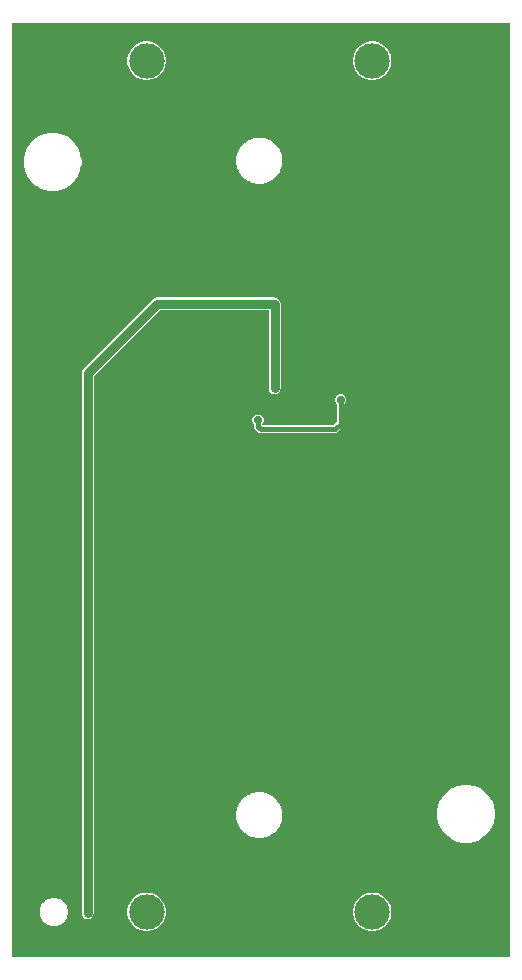
<source format=gtl>
G04*
G04 #@! TF.GenerationSoftware,Altium Limited,Altium Designer,24.2.2 (26)*
G04*
G04 Layer_Physical_Order=1*
G04 Layer_Color=255*
%FSLAX44Y44*%
%MOMM*%
G71*
G04*
G04 #@! TF.SameCoordinates,FA43C0E3-4D26-4613-8E19-43AB185FC845*
G04*
G04*
G04 #@! TF.FilePolarity,Positive*
G04*
G01*
G75*
%ADD13C,0.7620*%
%ADD14C,0.3810*%
%ADD15C,3.0000*%
%ADD16C,0.7112*%
G36*
X720591Y45473D02*
X299219D01*
Y835653D01*
X720591D01*
Y45473D01*
D02*
G37*
%LPC*%
G36*
X605357Y820382D02*
X602152D01*
X599008Y819757D01*
X596048Y818530D01*
X593383Y816750D01*
X591116Y814483D01*
X589336Y811819D01*
X588110Y808858D01*
X587484Y805714D01*
Y802510D01*
X588110Y799366D01*
X589336Y796405D01*
X591116Y793740D01*
X593383Y791474D01*
X596048Y789694D01*
X599008Y788467D01*
X602152Y787842D01*
X605357D01*
X608500Y788467D01*
X611461Y789694D01*
X614126Y791474D01*
X616392Y793740D01*
X618172Y796405D01*
X619399Y799366D01*
X620024Y802510D01*
Y805714D01*
X619399Y808858D01*
X618172Y811819D01*
X616392Y814483D01*
X614126Y816750D01*
X611461Y818530D01*
X608500Y819757D01*
X605357Y820382D01*
D02*
G37*
G36*
X414356D02*
X411151D01*
X408008Y819757D01*
X405047Y818530D01*
X402382Y816750D01*
X400116Y814483D01*
X398336Y811819D01*
X397109Y808858D01*
X396484Y805714D01*
Y802510D01*
X397109Y799366D01*
X398336Y796405D01*
X400116Y793740D01*
X402382Y791474D01*
X405047Y789694D01*
X408008Y788467D01*
X411151Y787842D01*
X414356D01*
X417500Y788467D01*
X420461Y789694D01*
X423125Y791474D01*
X425392Y793740D01*
X427172Y796405D01*
X428399Y799366D01*
X429024Y802510D01*
Y805714D01*
X428399Y808858D01*
X427172Y811819D01*
X425392Y814483D01*
X423125Y816750D01*
X420461Y818530D01*
X417500Y819757D01*
X414356Y820382D01*
D02*
G37*
G36*
X333254Y742901D02*
X333250Y742900D01*
X333245Y742901D01*
X331035Y742890D01*
X330839Y742850D01*
X330639Y742850D01*
X326309Y741970D01*
X326124Y741892D01*
X325928Y741852D01*
X321852Y740147D01*
X321686Y740035D01*
X321501Y739958D01*
X317834Y737492D01*
X317693Y737350D01*
X317527Y737238D01*
X314410Y734107D01*
X314299Y733940D01*
X314157Y733798D01*
X311709Y730120D01*
X311633Y729935D01*
X311522Y729768D01*
X309835Y725684D01*
X309797Y725487D01*
X309720Y725302D01*
X308861Y720968D01*
X308861Y720768D01*
X308822Y720571D01*
X308822Y716153D01*
X308861Y715956D01*
X308861Y715756D01*
X309720Y711422D01*
X309797Y711237D01*
X309835Y711040D01*
X311521Y706956D01*
X311632Y706789D01*
X311709Y706604D01*
X314157Y702926D01*
X314298Y702784D01*
X314409Y702617D01*
X317526Y699485D01*
X317692Y699374D01*
X317834Y699232D01*
X321500Y696766D01*
X321685Y696689D01*
X321851Y696577D01*
X325927Y694871D01*
X326124Y694832D01*
X326308Y694754D01*
X330638Y693874D01*
X330839Y693873D01*
X331035Y693833D01*
X333244Y693823D01*
X333254Y693825D01*
X333264Y693823D01*
X335473Y693833D01*
X335669Y693873D01*
X335869Y693874D01*
X340199Y694754D01*
X340384Y694831D01*
X340580Y694871D01*
X344656Y696577D01*
X344823Y696689D01*
X345007Y696766D01*
X348674Y699231D01*
X348815Y699373D01*
X348982Y699485D01*
X352099Y702617D01*
X352209Y702784D01*
X352351Y702925D01*
X354799Y706604D01*
X354875Y706789D01*
X354986Y706955D01*
X356673Y711040D01*
X356712Y711236D01*
X356788Y711421D01*
X357648Y715755D01*
X357647Y715956D01*
X357686Y716152D01*
X357687Y720571D01*
X357647Y720767D01*
X357648Y720967D01*
X356788Y725302D01*
X356712Y725487D01*
X356673Y725683D01*
X354987Y729768D01*
X354876Y729934D01*
X354799Y730119D01*
X352351Y733798D01*
X352210Y733940D01*
X352099Y734106D01*
X348982Y737238D01*
X348816Y737350D01*
X348675Y737492D01*
X345008Y739958D01*
X344823Y740035D01*
X344657Y740147D01*
X340581Y741852D01*
X340385Y741892D01*
X340200Y741969D01*
X335870Y742849D01*
X335670Y742850D01*
X335473Y742890D01*
X333264Y742901D01*
X333259Y742900D01*
X333254Y742901D01*
D02*
G37*
G36*
X506532Y738902D02*
X506335Y738862D01*
X506134D01*
X502753Y738190D01*
X502567Y738113D01*
X502370Y738074D01*
X499185Y736755D01*
X499018Y736643D01*
X498833Y736566D01*
X495966Y734651D01*
X495824Y734509D01*
X495657Y734398D01*
X493220Y731960D01*
X493108Y731793D01*
X492966Y731651D01*
X491051Y728785D01*
X490974Y728599D01*
X490863Y728432D01*
X489543Y725247D01*
X489504Y725050D01*
X489427Y724865D01*
X488755Y721484D01*
Y721283D01*
X488715Y721086D01*
X488715Y717638D01*
X488755Y717442D01*
Y717241D01*
X489427Y713860D01*
X489504Y713674D01*
X489543Y713477D01*
X490862Y710292D01*
X490974Y710125D01*
X491051Y709940D01*
X492966Y707073D01*
X493108Y706931D01*
X493219Y706764D01*
X495657Y704327D01*
X495824Y704215D01*
X495966Y704073D01*
X498832Y702158D01*
X499018Y702081D01*
X499185Y701969D01*
X502370Y700650D01*
X502567Y700611D01*
X502752Y700534D01*
X506133Y699861D01*
X506334D01*
X506531Y699822D01*
X508255D01*
X509978Y699822D01*
X510175Y699861D01*
X510376D01*
X513757Y700534D01*
X513943Y700611D01*
X514140Y700650D01*
X517325Y701969D01*
X517492Y702081D01*
X517677Y702158D01*
X520544Y704073D01*
X520686Y704215D01*
X520853Y704326D01*
X523290Y706764D01*
X523402Y706931D01*
X523544Y707073D01*
X525459Y709939D01*
X525536Y710125D01*
X525648Y710292D01*
X526967Y713477D01*
X527006Y713673D01*
X527083Y713859D01*
X527756Y717240D01*
Y717441D01*
X527795Y717638D01*
X527795Y721085D01*
X527756Y721282D01*
Y721483D01*
X527083Y724864D01*
X527006Y725050D01*
X526967Y725247D01*
X525648Y728432D01*
X525536Y728599D01*
X525459Y728784D01*
X523544Y731650D01*
X523402Y731793D01*
X523291Y731960D01*
X520853Y734397D01*
X520686Y734509D01*
X520544Y734651D01*
X517678Y736566D01*
X517492Y736643D01*
X517325Y736754D01*
X514140Y738074D01*
X513943Y738113D01*
X513758Y738190D01*
X510377Y738862D01*
X510176D01*
X509979Y738902D01*
X508255D01*
X506532Y738902D01*
D02*
G37*
G36*
X520700Y603604D02*
X421894D01*
X419912Y603209D01*
X418232Y602086D01*
X418232Y602086D01*
X359304Y543158D01*
X358181Y541478D01*
X357786Y539496D01*
Y82550D01*
X358181Y80568D01*
X359304Y78888D01*
X360984Y77765D01*
X362966Y77371D01*
X364948Y77765D01*
X366628Y78888D01*
X367751Y80568D01*
X368145Y82550D01*
Y537351D01*
X424039Y593245D01*
X516029D01*
Y526796D01*
X516423Y524814D01*
X517546Y523134D01*
X519226Y522011D01*
X521208Y521617D01*
X523190Y522011D01*
X524870Y523134D01*
X525993Y524814D01*
X526387Y526796D01*
Y597916D01*
X525993Y599898D01*
X524870Y601578D01*
X524566Y601782D01*
X524362Y602086D01*
X522682Y603209D01*
X520700Y603604D01*
D02*
G37*
G36*
X578048Y521716D02*
X576128D01*
X574354Y520981D01*
X572997Y519624D01*
X572262Y517850D01*
Y515930D01*
X572997Y514156D01*
X573851Y513302D01*
Y498141D01*
X570945Y495235D01*
X511222D01*
X510696Y496505D01*
X511075Y496884D01*
X511810Y498658D01*
Y500578D01*
X511075Y502352D01*
X509718Y503709D01*
X507944Y504444D01*
X506024D01*
X504250Y503709D01*
X502893Y502352D01*
X502158Y500578D01*
Y498658D01*
X502893Y496884D01*
X503850Y495927D01*
Y494230D01*
X504096Y492991D01*
X504798Y491941D01*
X507030Y489709D01*
X508080Y489007D01*
X509319Y488761D01*
X572286D01*
X573525Y489007D01*
X574575Y489709D01*
X579377Y494511D01*
X580079Y495561D01*
X580325Y496800D01*
Y513302D01*
X581179Y514156D01*
X581914Y515930D01*
Y517850D01*
X581179Y519624D01*
X579822Y520981D01*
X578048Y521716D01*
D02*
G37*
G36*
X683254Y190903D02*
X683249Y190902D01*
X683244Y190903D01*
X681035Y190892D01*
X680838Y190852D01*
X680638Y190852D01*
X676308Y189972D01*
X676123Y189894D01*
X675927Y189854D01*
X671851Y188149D01*
X671685Y188037D01*
X671500Y187960D01*
X667833Y185494D01*
X667692Y185352D01*
X667526Y185241D01*
X664409Y182109D01*
X664298Y181942D01*
X664157Y181800D01*
X661708Y178122D01*
X661632Y177937D01*
X661521Y177770D01*
X659835Y173686D01*
X659796Y173489D01*
X659719Y173304D01*
X658860Y168970D01*
X658860Y168770D01*
X658821Y168573D01*
X658821Y164155D01*
X658860Y163958D01*
X658860Y163758D01*
X659719Y159424D01*
X659796Y159239D01*
X659835Y159043D01*
X661521Y154958D01*
X661632Y154791D01*
X661708Y154606D01*
X664156Y150928D01*
X664298Y150786D01*
X664409Y150619D01*
X667525Y147487D01*
X667692Y147376D01*
X667833Y147234D01*
X671499Y144768D01*
X671684Y144691D01*
X671850Y144579D01*
X675927Y142873D01*
X676123Y142834D01*
X676308Y142756D01*
X680638Y141876D01*
X680838Y141875D01*
X681034Y141835D01*
X683243Y141825D01*
X683253Y141827D01*
X683263Y141825D01*
X685472Y141835D01*
X685668Y141875D01*
X685869Y141876D01*
X690199Y142756D01*
X690383Y142834D01*
X690580Y142873D01*
X694656Y144579D01*
X694822Y144691D01*
X695007Y144768D01*
X698673Y147233D01*
X698815Y147375D01*
X698981Y147487D01*
X702098Y150619D01*
X702209Y150786D01*
X702350Y150928D01*
X704798Y154606D01*
X704875Y154791D01*
X704986Y154958D01*
X706672Y159042D01*
X706711Y159238D01*
X706787Y159423D01*
X707647Y163758D01*
X707647Y163958D01*
X707686Y164154D01*
X707686Y168573D01*
X707647Y168769D01*
X707647Y168970D01*
X706787Y173304D01*
X706711Y173489D01*
X706672Y173685D01*
X704986Y177770D01*
X704875Y177936D01*
X704799Y178121D01*
X702350Y181800D01*
X702209Y181942D01*
X702098Y182108D01*
X698981Y185240D01*
X698815Y185352D01*
X698674Y185494D01*
X695007Y187960D01*
X694822Y188037D01*
X694656Y188149D01*
X690580Y189854D01*
X690384Y189894D01*
X690199Y189971D01*
X685869Y190851D01*
X685669Y190852D01*
X685473Y190892D01*
X683263Y190903D01*
X683259Y190902D01*
X683254Y190903D01*
D02*
G37*
G36*
X506532Y184902D02*
X506335Y184863D01*
X506134D01*
X502753Y184191D01*
X502567Y184114D01*
X502370Y184074D01*
X499185Y182755D01*
X499018Y182644D01*
X498833Y182567D01*
X495966Y180652D01*
X495824Y180510D01*
X495657Y180398D01*
X493220Y177961D01*
X493108Y177794D01*
X492966Y177652D01*
X491051Y174785D01*
X490974Y174600D01*
X490863Y174433D01*
X489543Y171248D01*
X489504Y171051D01*
X489427Y170865D01*
X488755Y167484D01*
Y167283D01*
X488715Y167086D01*
X488715Y163639D01*
X488755Y163442D01*
Y163241D01*
X489427Y159860D01*
X489504Y159675D01*
X489543Y159478D01*
X490862Y156293D01*
X490974Y156126D01*
X491051Y155940D01*
X492966Y153074D01*
X493108Y152932D01*
X493219Y152765D01*
X495657Y150327D01*
X495824Y150216D01*
X495966Y150074D01*
X498832Y148158D01*
X499018Y148082D01*
X499185Y147970D01*
X502370Y146651D01*
X502567Y146611D01*
X502752Y146535D01*
X506133Y145862D01*
X506334D01*
X506531Y145823D01*
X508255D01*
X509978Y145823D01*
X510175Y145862D01*
X510376D01*
X513757Y146535D01*
X513943Y146611D01*
X514140Y146650D01*
X517325Y147970D01*
X517492Y148081D01*
X517677Y148158D01*
X520544Y150073D01*
X520686Y150215D01*
X520853Y150327D01*
X523290Y152764D01*
X523402Y152931D01*
X523544Y153074D01*
X525459Y155940D01*
X525536Y156125D01*
X525648Y156292D01*
X526967Y159477D01*
X527006Y159674D01*
X527083Y159860D01*
X527756Y163241D01*
Y163442D01*
X527795Y163639D01*
X527795Y167086D01*
X527756Y167283D01*
Y167484D01*
X527083Y170865D01*
X527006Y171050D01*
X526967Y171247D01*
X525648Y174432D01*
X525536Y174599D01*
X525459Y174785D01*
X523544Y177651D01*
X523402Y177793D01*
X523291Y177960D01*
X520853Y180398D01*
X520686Y180509D01*
X520544Y180651D01*
X517678Y182567D01*
X517492Y182643D01*
X517325Y182755D01*
X514140Y184074D01*
X513943Y184114D01*
X513758Y184190D01*
X510377Y184863D01*
X510176D01*
X509979Y184902D01*
X508255D01*
X506532Y184902D01*
D02*
G37*
G36*
X332939Y95403D02*
X332677Y95351D01*
X332411Y95334D01*
X329868Y94652D01*
X329628Y94534D01*
X329376Y94449D01*
X327095Y93132D01*
X326895Y92956D01*
X326673Y92808D01*
X324811Y90946D01*
X324663Y90725D01*
X324487Y90524D01*
X323170Y88244D01*
X323085Y87991D01*
X322967Y87752D01*
X322285Y85209D01*
X322268Y84942D01*
X322216Y84681D01*
X322215Y82048D01*
X322267Y81786D01*
X322285Y81520D01*
X322966Y78977D01*
X323084Y78737D01*
X323170Y78485D01*
X324487Y76204D01*
X324663Y76004D01*
X324811Y75782D01*
X326673Y73920D01*
X326894Y73772D01*
X327095Y73596D01*
X329375Y72280D01*
X329628Y72194D01*
X329867Y72076D01*
X332410Y71394D01*
X332676Y71377D01*
X332938Y71325D01*
X334254Y71325D01*
X335571Y71325D01*
X335833Y71377D01*
X336099Y71394D01*
X338642Y72076D01*
X338881Y72193D01*
X339134Y72279D01*
X341414Y73596D01*
X341615Y73772D01*
X341837Y73920D01*
X343699Y75782D01*
X343847Y76003D01*
X344023Y76204D01*
X345339Y78484D01*
X345425Y78737D01*
X345543Y78976D01*
X346225Y81519D01*
X346242Y81785D01*
X346294Y82047D01*
X346294Y84680D01*
X346242Y84942D01*
X346225Y85208D01*
X345543Y87751D01*
X345425Y87991D01*
X345340Y88243D01*
X344023Y90524D01*
X343847Y90724D01*
X343699Y90946D01*
X341837Y92808D01*
X341615Y92956D01*
X341415Y93132D01*
X339135Y94448D01*
X338882Y94534D01*
X338643Y94652D01*
X336100Y95334D01*
X335833Y95351D01*
X335572Y95403D01*
X334255Y95403D01*
X332939Y95403D01*
D02*
G37*
G36*
X605357Y99634D02*
X602152D01*
X599008Y99009D01*
X596048Y97782D01*
X593383Y96002D01*
X591116Y93736D01*
X589336Y91071D01*
X588110Y88110D01*
X587484Y84966D01*
Y81762D01*
X588110Y78618D01*
X589336Y75657D01*
X591116Y72993D01*
X593383Y70726D01*
X596048Y68946D01*
X599008Y67719D01*
X602152Y67094D01*
X605357D01*
X608500Y67719D01*
X611461Y68946D01*
X614126Y70726D01*
X616392Y72993D01*
X618172Y75657D01*
X619399Y78618D01*
X620024Y81762D01*
Y84966D01*
X619399Y88110D01*
X618172Y91071D01*
X616392Y93736D01*
X614126Y96002D01*
X611461Y97782D01*
X608500Y99009D01*
X605357Y99634D01*
D02*
G37*
G36*
X414356D02*
X411151D01*
X408008Y99009D01*
X405047Y97782D01*
X402382Y96002D01*
X400116Y93736D01*
X398336Y91071D01*
X397109Y88110D01*
X396484Y84966D01*
Y81762D01*
X397109Y78618D01*
X398336Y75657D01*
X400116Y72993D01*
X402382Y70726D01*
X405047Y68946D01*
X408008Y67719D01*
X411151Y67094D01*
X414356D01*
X417500Y67719D01*
X420461Y68946D01*
X423125Y70726D01*
X425392Y72993D01*
X427172Y75657D01*
X428399Y78618D01*
X429024Y81762D01*
Y84966D01*
X428399Y88110D01*
X427172Y91071D01*
X425392Y93736D01*
X423125Y96002D01*
X420461Y97782D01*
X417500Y99009D01*
X414356Y99634D01*
D02*
G37*
%LPD*%
D13*
X521208Y526796D02*
Y597916D01*
X421894Y598424D02*
X520700D01*
X362966Y82550D02*
Y539496D01*
X421894Y598424D01*
D14*
X507087Y494230D02*
Y499515D01*
X509319Y491998D02*
X572286D01*
X506984Y499618D02*
X507087Y499515D01*
Y494230D02*
X509319Y491998D01*
X577088Y496800D02*
Y516890D01*
X572286Y491998D02*
X577088Y496800D01*
D15*
X412754Y83364D02*
D03*
X603754D02*
D03*
Y804112D02*
D03*
X412754D02*
D03*
D16*
X692798Y268600D02*
D03*
X678575D02*
D03*
X662572D02*
D03*
X692152Y279608D02*
D03*
X678180Y280162D02*
D03*
X663842Y280284D02*
D03*
X602629Y394584D02*
D03*
X626250Y413126D02*
D03*
X612140Y406908D02*
D03*
X509016Y412242D02*
D03*
X480060Y411734D02*
D03*
X509270Y425704D02*
D03*
X421386Y276606D02*
D03*
X415290Y292608D02*
D03*
X418338Y326898D02*
D03*
X420370Y310642D02*
D03*
X438658Y277368D02*
D03*
X434594Y297434D02*
D03*
X439674Y315214D02*
D03*
X512064Y455930D02*
D03*
X501904D02*
D03*
X491490D02*
D03*
X480822D02*
D03*
X406654Y341376D02*
D03*
Y351536D02*
D03*
Y361950D02*
D03*
Y372618D02*
D03*
X417068Y341122D02*
D03*
Y351282D02*
D03*
Y361696D02*
D03*
Y372364D02*
D03*
X427990Y341122D02*
D03*
Y351282D02*
D03*
Y361696D02*
D03*
Y372364D02*
D03*
X438404Y340360D02*
D03*
Y350520D02*
D03*
Y360934D02*
D03*
Y371602D02*
D03*
X546100Y367792D02*
D03*
X556260D02*
D03*
X566674D02*
D03*
X577342D02*
D03*
X546354Y358394D02*
D03*
X556514D02*
D03*
X566928D02*
D03*
X577596D02*
D03*
X662432Y422910D02*
D03*
X672592D02*
D03*
X683006D02*
D03*
X693674D02*
D03*
X662178Y413766D02*
D03*
X672338D02*
D03*
X682752D02*
D03*
X693420D02*
D03*
X693674Y403860D02*
D03*
X683006D02*
D03*
X672592D02*
D03*
X662432D02*
D03*
X520700Y598424D02*
D03*
X521208Y526796D02*
D03*
X362966Y82550D02*
D03*
X506984Y499618D02*
D03*
X577088Y516890D02*
D03*
M02*

</source>
